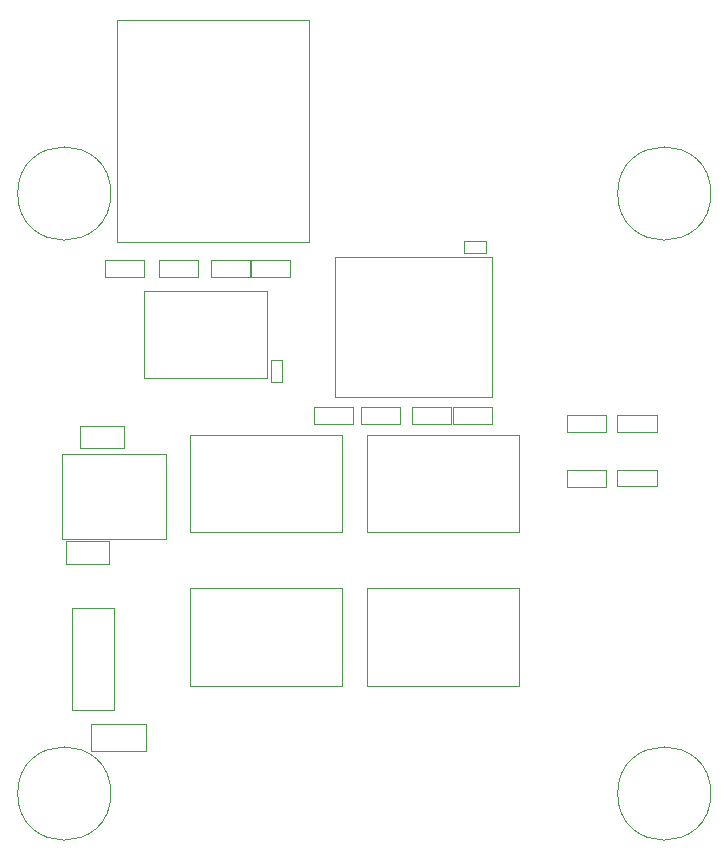
<source format=gbr>
G04 #@! TF.GenerationSoftware,KiCad,Pcbnew,(5.1.10)-1*
G04 #@! TF.CreationDate,2021-08-29T14:04:35-04:00*
G04 #@! TF.ProjectId,Receiver_Out,52656365-6976-4657-925f-4f75742e6b69,v1*
G04 #@! TF.SameCoordinates,Original*
G04 #@! TF.FileFunction,Other,User*
%FSLAX46Y46*%
G04 Gerber Fmt 4.6, Leading zero omitted, Abs format (unit mm)*
G04 Created by KiCad (PCBNEW (5.1.10)-1) date 2021-08-29 14:04:35*
%MOMM*%
%LPD*%
G01*
G04 APERTURE LIST*
%ADD10C,0.050000*%
G04 APERTURE END LIST*
D10*
X108466000Y-95497800D02*
X108466000Y-96437800D01*
X108466000Y-96437800D02*
X106606000Y-96437800D01*
X106606000Y-96437800D02*
X106606000Y-95497800D01*
X106606000Y-95497800D02*
X108466000Y-95497800D01*
X108951000Y-96787800D02*
X95651000Y-96787800D01*
X95651000Y-96787800D02*
X95651000Y-108647800D01*
X95651000Y-108647800D02*
X108951000Y-108647800D01*
X108951000Y-108647800D02*
X108951000Y-96787800D01*
X115268000Y-116299800D02*
X115268000Y-114839800D01*
X115268000Y-114839800D02*
X118568000Y-114839800D01*
X118568000Y-114839800D02*
X118568000Y-116299800D01*
X118568000Y-116299800D02*
X115268000Y-116299800D01*
X81351000Y-113467800D02*
X72551000Y-113467800D01*
X81351000Y-120667800D02*
X81351000Y-113467800D01*
X72551000Y-120667800D02*
X81351000Y-120667800D01*
X72551000Y-113467800D02*
X72551000Y-120667800D01*
X108951000Y-109487800D02*
X108951000Y-110947800D01*
X108951000Y-110947800D02*
X105651000Y-110947800D01*
X105651000Y-110947800D02*
X105651000Y-109487800D01*
X105651000Y-109487800D02*
X108951000Y-109487800D01*
X105451000Y-109487800D02*
X105451000Y-110947800D01*
X105451000Y-110947800D02*
X102151000Y-110947800D01*
X102151000Y-110947800D02*
X102151000Y-109487800D01*
X102151000Y-109487800D02*
X105451000Y-109487800D01*
X97851000Y-110947800D02*
X97851000Y-109487800D01*
X97851000Y-109487800D02*
X101151000Y-109487800D01*
X101151000Y-109487800D02*
X101151000Y-110947800D01*
X101151000Y-110947800D02*
X97851000Y-110947800D01*
X93851000Y-110947800D02*
X93851000Y-109487800D01*
X93851000Y-109487800D02*
X97151000Y-109487800D01*
X97151000Y-109487800D02*
X97151000Y-110947800D01*
X97151000Y-110947800D02*
X93851000Y-110947800D01*
X76152000Y-98519800D02*
X76152000Y-97059800D01*
X76152000Y-97059800D02*
X79452000Y-97059800D01*
X79452000Y-97059800D02*
X79452000Y-98519800D01*
X79452000Y-98519800D02*
X76152000Y-98519800D01*
X85151000Y-98519800D02*
X85151000Y-97059800D01*
X85151000Y-97059800D02*
X88451000Y-97059800D01*
X88451000Y-97059800D02*
X88451000Y-98519800D01*
X88451000Y-98519800D02*
X85151000Y-98519800D01*
X91826000Y-97059800D02*
X91826000Y-98519800D01*
X91826000Y-98519800D02*
X88526000Y-98519800D01*
X88526000Y-98519800D02*
X88526000Y-97059800D01*
X88526000Y-97059800D02*
X91826000Y-97059800D01*
X84024000Y-97059800D02*
X84024000Y-98519800D01*
X84024000Y-98519800D02*
X80724000Y-98519800D01*
X80724000Y-98519800D02*
X80724000Y-97059800D01*
X80724000Y-97059800D02*
X84024000Y-97059800D01*
X115268000Y-111642801D02*
X115268000Y-110182801D01*
X115268000Y-110182801D02*
X118568000Y-110182801D01*
X118568000Y-110182801D02*
X118568000Y-111642801D01*
X118568000Y-111642801D02*
X115268000Y-111642801D01*
X119521000Y-111592801D02*
X119521000Y-110232801D01*
X119521000Y-110232801D02*
X122881000Y-110232801D01*
X122881000Y-110232801D02*
X122881000Y-111592801D01*
X122881000Y-111592801D02*
X119521000Y-111592801D01*
X119521000Y-116204800D02*
X119521000Y-114844800D01*
X119521000Y-114844800D02*
X122881000Y-114844800D01*
X122881000Y-114844800D02*
X122881000Y-116204800D01*
X122881000Y-116204800D02*
X119521000Y-116204800D01*
X74951000Y-136317800D02*
X79651000Y-136317800D01*
X79651000Y-136317800D02*
X79651000Y-138617800D01*
X79651000Y-138617800D02*
X74951000Y-138617800D01*
X74951000Y-136317800D02*
X74951000Y-138617800D01*
X90231000Y-105522800D02*
X91171000Y-105522800D01*
X91171000Y-105522800D02*
X91171000Y-107382800D01*
X91171000Y-107382800D02*
X90231000Y-107382800D01*
X90231000Y-107382800D02*
X90231000Y-105522800D01*
X89869000Y-99677800D02*
X79469000Y-99677800D01*
X79469000Y-99677800D02*
X79469000Y-107077800D01*
X79469000Y-107077800D02*
X89869000Y-107077800D01*
X89869000Y-107077800D02*
X89869000Y-99677800D01*
X77801000Y-111117800D02*
X77801000Y-113017800D01*
X77801000Y-113017800D02*
X74101000Y-113017800D01*
X74101000Y-113017800D02*
X74101000Y-111117800D01*
X74101000Y-111117800D02*
X77801000Y-111117800D01*
X72851000Y-122767800D02*
X72851000Y-120867800D01*
X72851000Y-120867800D02*
X76551000Y-120867800D01*
X76551000Y-120867800D02*
X76551000Y-122767800D01*
X76551000Y-122767800D02*
X72851000Y-122767800D01*
X93461000Y-95505800D02*
X77151000Y-95505800D01*
X93461000Y-95505800D02*
X93461000Y-76765800D01*
X77151000Y-76765800D02*
X77151000Y-95505800D01*
X77151000Y-76765800D02*
X93461000Y-76765800D01*
X76951000Y-135167800D02*
X76951000Y-126517800D01*
X76951000Y-126517800D02*
X73351000Y-126517800D01*
X73351000Y-126517800D02*
X73351000Y-135167800D01*
X73351000Y-135167800D02*
X76951000Y-135167800D01*
X127481000Y-91439800D02*
G75*
G03*
X127481000Y-91439800I-3950000J0D01*
G01*
X76681000Y-91439800D02*
G75*
G03*
X76681000Y-91439800I-3950000J0D01*
G01*
X127481000Y-142239800D02*
G75*
G03*
X127481000Y-142239800I-3950000J0D01*
G01*
X76681000Y-142239800D02*
G75*
G03*
X76681000Y-142239800I-3950000J0D01*
G01*
X98350000Y-111850000D02*
X98350000Y-120100000D01*
X98350000Y-120100000D02*
X111250000Y-120100000D01*
X111250000Y-120100000D02*
X111250000Y-111850000D01*
X111250000Y-111850000D02*
X98350000Y-111850000D01*
X98350000Y-124850000D02*
X98350000Y-133100000D01*
X98350000Y-133100000D02*
X111250000Y-133100000D01*
X111250000Y-133100000D02*
X111250000Y-124850000D01*
X111250000Y-124850000D02*
X98350000Y-124850000D01*
X83350000Y-124850000D02*
X83350000Y-133100000D01*
X83350000Y-133100000D02*
X96250000Y-133100000D01*
X96250000Y-133100000D02*
X96250000Y-124850000D01*
X96250000Y-124850000D02*
X83350000Y-124850000D01*
X83350000Y-111850000D02*
X83350000Y-120100000D01*
X83350000Y-120100000D02*
X96250000Y-120100000D01*
X96250000Y-120100000D02*
X96250000Y-111850000D01*
X96250000Y-111850000D02*
X83350000Y-111850000D01*
M02*

</source>
